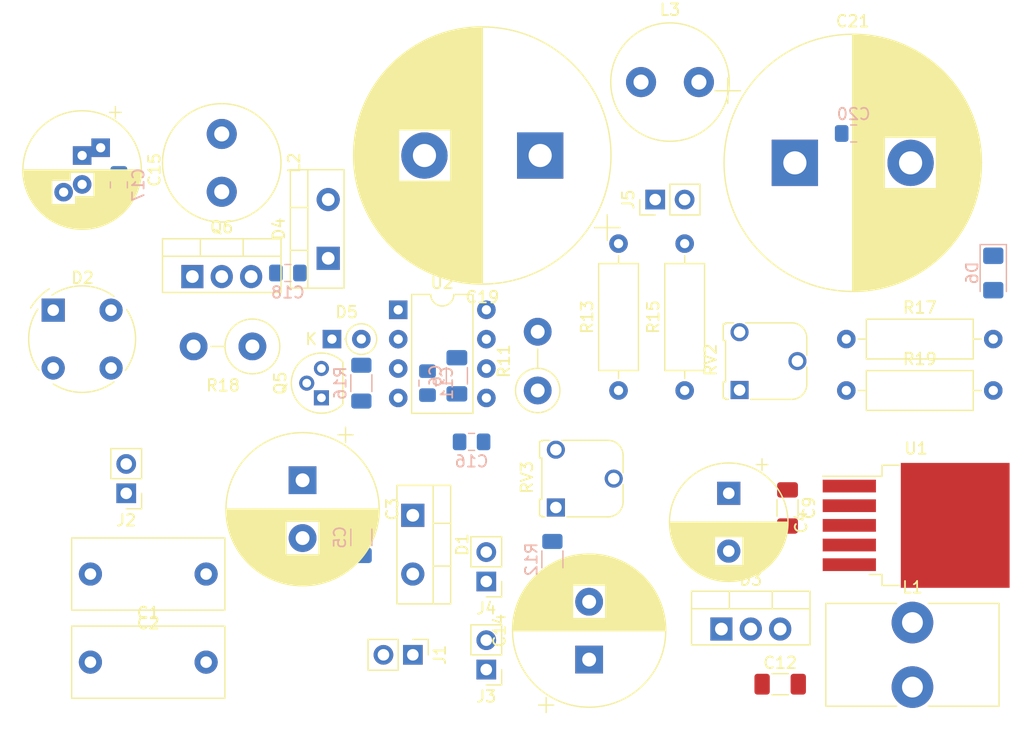
<source format=kicad_pcb>
(kicad_pcb (version 20211014) (generator pcbnew)
  (layers (0 "F.Cu" signal) (31 "B.Cu" signal) (34 "B.Paste" user) (35 "F.Paste" user) (36 "B.SilkS" user "B.Silkscreen") (37 "F.SilkS" user "F.Silkscreen") (38 "B.Mask" user) (39 "F.Mask" user) (44 "Edge.Cuts" user))
  (net 0 "")
  (net 1 "Net-(C1-Pad1)")
  (net 2 "GND")
  (net 3 "Net-(C2-Pad2)")
  (net 4 "+24V")
  (net 5 "Net-(C11-Pad2)")
  (net 6 "Net-(C12-Pad2)")
  (net 7 "Net-(C16-Pad2)")
  (net 8 "Net-(C18-Pad2)")
  (net 9 "Net-(C20-Pad2)")
  (net 10 "Net-(D1-Pad2)")
  (net 11 "Net-(D3-Pad2)")
  (net 12 "Net-(D4-Pad2)")
  (net 13 "Net-(D5-Pad1)")
  (net 14 "Net-(D5-Pad2)")
  (net 15 "Net-(D6-Pad2)")
  (net 16 "Net-(Q6-Pad1)")
  (net 17 "Net-(R11-Pad1)")
  (net 18 "Net-(R12-Pad1)")
  (net 19 "Net-(R13-Pad2)")
  (net 20 "Net-(R17-Pad2)")
  (net 21 "Net-(RV3-Pad2)")
  (footprint "Package_DIP:DIP-8_W7.62mm" (layer "F.Cu") (at 55.255 52.08)
    (fp_text reference "U2" (at 3.81 -2.33) (layer "F.SilkS"))
    (fp_text value "MC34063AP")
    (pad "1" thru_hole rect (at 0 0) (size 1.6 1.6) (drill 0.8) (layers *.Cu *.Mask) (net 4 "+24V"))
    (pad "2" thru_hole oval (at 0 2.54) (size 1.6 1.6) (drill 0.8) (layers *.Cu *.Mask) (net 14 "Net-(D5-Pad2)"))
    (pad "3" thru_hole oval (at 0 5.08) (size 1.6 1.6) (drill 0.8) (layers *.Cu *.Mask) (net 5 "Net-(C11-Pad2)"))
    (pad "4" thru_hole oval (at 0 7.62) (size 1.6 1.6) (drill 0.8) (layers *.Cu *.Mask) (net 2 "GND"))
    (pad "5" thru_hole oval (at 7.62 7.62) (size 1.6 1.6) (drill 0.8) (layers *.Cu *.Mask) (net 7 "Net-(C16-Pad2)"))
    (pad "6" thru_hole oval (at 7.62 5.08) (size 1.6 1.6) (drill 0.8) (layers *.Cu *.Mask) (net 4 "+24V"))
    (pad "7" thru_hole oval (at 7.62 2.54) (size 1.6 1.6) (drill 0.8) (layers *.Cu *.Mask) (net 17 "Net-(R11-Pad1)"))
    (pad "8" thru_hole oval (at 7.62 0) (size 1.6 1.6) (drill 0.8) (layers *.Cu *.Mask) (net 4 "+24V"))
  )
  (footprint "Package_TO_SOT_THT:TO-220-2_Vertical" (layer "F.Cu") (at 49.205 47.625 90)
    (fp_text reference "D4" (at 2.54 -4.27 90) (layer "F.SilkS"))
    (fp_text value "КД641Е")
    (pad "1" thru_hole rect (at 0 0 90) (size 2 2) (drill 1.1) (layers *.Cu *.Mask) (net 8 "Net-(C18-Pad2)"))
    (pad "2" thru_hole oval (at 5.08 0 90) (size 2 2) (drill 1.1) (layers *.Cu *.Mask) (net 12 "Net-(D4-Pad2)"))
  )
  (footprint "Capacitor_SMD:C_1206_3216Metric_Pad1.33x1.80mm_HandSolder" (layer "F.Cu") (at 88.9 69.215 -90)
    (fp_text reference "C9" (at 0 -1.85 90) (layer "F.SilkS"))
    (fp_text value "0,1")
    (pad "1" smd roundrect (at -1.5625 0 270) (size 1.325 1.8) (layers "F.Cu" "F.Paste" "F.Mask") (roundrect_rratio 0.188679) (net 4 "+24V"))
    (pad "2" smd roundrect (at 1.5625 0 270) (size 1.325 1.8) (layers "F.Cu" "F.Paste" "F.Mask") (roundrect_rratio 0.188679) (net 2 "GND"))
  )
  (footprint "Connector_PinHeader_2.54mm:PinHeader_1x02_P2.54mm_Vertical" (layer "F.Cu") (at 56.52 81.915 -90)
    (fp_text reference "J1" (at 0 -2.33 90) (layer "F.SilkS"))
    (fp_text value "Unreg +20..24v")
    (pad "1" thru_hole rect (at 0 0 270) (size 1.7 1.7) (drill 1) (layers *.Cu *.Mask) (net 10 "Net-(D1-Pad2)"))
    (pad "2" thru_hole oval (at 0 2.54 270) (size 1.7 1.7) (drill 1) (layers *.Cu *.Mask) (net 2 "GND"))
  )
  (footprint "Connector_PinHeader_2.54mm:PinHeader_1x02_P2.54mm_Vertical" (layer "F.Cu") (at 77.465 42.545 90)
    (fp_text reference "J5" (at 0 -2.33 90) (layer "F.SilkS"))
    (fp_text value "Anode +300v")
    (pad "1" thru_hole rect (at 0 0 90) (size 1.7 1.7) (drill 1) (layers *.Cu *.Mask) (net 9 "Net-(C20-Pad2)"))
    (pad "2" thru_hole oval (at 0 2.54 90) (size 1.7 1.7) (drill 1) (layers *.Cu *.Mask) (net 9 "Net-(C20-Pad2)"))
  )
  (footprint "Inductor_THT:L_Radial_D10.0mm_P5.00mm_Fastron_07M" (layer "F.Cu") (at 40.005 36.87 -90)
    (fp_text reference "L2" (at 2.5 -6.25 90) (layer "F.SilkS"))
    (fp_text value "680uH")
    (pad "1" thru_hole circle (at 0 0 270) (size 2.6 2.6) (drill 1.3) (layers *.Cu *.Mask) (net 4 "+24V"))
    (pad "2" thru_hole circle (at 5 0 270) (size 2.6 2.6) (drill 1.3) (layers *.Cu *.Mask) (net 12 "Net-(D4-Pad2)"))
  )
  (footprint "Package_TO_SOT_SMD:TO-263-5_TabPin3" (layer "F.Cu") (at 100.015 70.72)
    (fp_text reference "U1" (at 0 -6.65) (layer "F.SilkS"))
    (fp_text value "LM2576S-ADJ")
    (pad "1" smd rect (at -5.775 -3.4) (size 4.6 1.1) (layers "F.Cu" "F.Paste" "F.Mask") (net 4 "+24V"))
    (pad "2" smd rect (at -5.775 -1.7) (size 4.6 1.1) (layers "F.Cu" "F.Paste" "F.Mask") (net 11 "Net-(D3-Pad2)"))
    (pad "3" smd rect (at 3.375 0) (size 9.4 10.8) (layers "F.Cu" "F.Mask") (net 2 "GND"))
    (pad "3" smd rect (at -5.775 0) (size 4.6 1.1) (layers "F.Cu" "F.Paste" "F.Mask") (net 2 "GND"))
    (pad "4" smd rect (at -5.775 1.7) (size 4.6 1.1) (layers "F.Cu" "F.Paste" "F.Mask") (net 21 "Net-(RV3-Pad2)"))
    (pad "5" smd rect (at -5.775 3.4) (size 4.6 1.1) (layers "F.Cu" "F.Paste" "F.Mask") (net 2 "GND"))
  )
  (footprint "Capacitor_THT:CP_Radial_D10.0mm_P2.50mm_P5.00mm" (layer "F.Cu") (at 27.94 38.735 -90)
    (fp_text reference "C15" (at 1.25 -6.25 90) (layer "F.SilkS"))
    (fp_text value "100,0")
    (pad "1" thru_hole rect (at 0 0 270) (size 1.6 1.6) (drill 0.8) (layers *.Cu *.Mask) (net 4 "+24V"))
    (pad "1" thru_hole rect (at -0.670937 -1.6 270) (size 1.6 1.6) (drill 0.8) (layers *.Cu *.Mask) (net 4 "+24V"))
    (pad "2" thru_hole circle (at 3.170937 1.6 270) (size 1.6 1.6) (drill 0.8) (layers *.Cu *.Mask) (net 2 "GND"))
    (pad "2" thru_hole circle (at 2.5 0 270) (size 1.6 1.6) (drill 0.8) (layers *.Cu *.Mask) (net 2 "GND"))
  )
  (footprint "Capacitor_THT:C_Rect_L13.0mm_W6.0mm_P10.00mm_FKS3_FKP3_MKS4" (layer "F.Cu") (at 38.655 74.93 180)
    (fp_text reference "C2" (at 5 -4.25) (layer "F.SilkS"))
    (fp_text value "0,1")
    (pad "1" thru_hole circle (at 0 0 180) (size 2 2) (drill 1) (layers *.Cu *.Mask) (net 2 "GND"))
    (pad "2" thru_hole circle (at 10 0 180) (size 2 2) (drill 1) (layers *.Cu *.Mask) (net 3 "Net-(C2-Pad2)"))
  )
  (footprint "Package_TO_SOT_THT:TO-220-3_Vertical" (layer "F.Cu") (at 37.465 49.205)
    (fp_text reference "Q6" (at 2.54 -4.27) (layer "F.SilkS"))
    (fp_text value "IRF830")
    (pad "1" thru_hole rect (at 0 0) (size 1.905 2) (drill 1.1) (layers *.Cu *.Mask) (net 16 "Net-(Q6-Pad1)"))
    (pad "2" thru_hole oval (at 2.54 0) (size 1.905 2) (drill 1.1) (layers *.Cu *.Mask) (net 12 "Net-(D4-Pad2)"))
    (pad "3" thru_hole oval (at 5.08 0) (size 1.905 2) (drill 1.1) (layers *.Cu *.Mask) (net 2 "GND"))
  )
  (footprint "Capacitor_THT:CP_Radial_D13.0mm_P5.00mm" (layer "F.Cu") (at 71.755 82.325215 90)
    (fp_text reference "C14" (at 2.5 -7.75 90) (layer "F.SilkS"))
    (fp_text value "1000x10v")
    (pad "1" thru_hole rect (at 0 0 90) (size 2.4 2.4) (drill 1.2) (layers *.Cu *.Mask) (net 6 "Net-(C12-Pad2)"))
    (pad "2" thru_hole circle (at 5 0 90) (size 2.4 2.4) (drill 1.2) (layers *.Cu *.Mask) (net 2 "GND"))
  )
  (footprint "Potentiometer_THT:Potentiometer_Runtron_RM-065_Vertical" (layer "F.Cu") (at 84.755 59.015 90)
    (fp_text reference "RV2" (at 2.6 -2.5 90) (layer "F.SilkS"))
    (fp_text value "10k")
    (pad "1" thru_hole rect (at 0 0 90) (size 1.56 1.56) (drill 1) (layers *.Cu *.Mask) (net 7 "Net-(C16-Pad2)"))
    (pad "2" thru_hole circle (at 2.5 5 90) (size 1.56 1.56) (drill 1) (layers *.Cu *.Mask) (net 7 "Net-(C16-Pad2)"))
    (pad "3" thru_hole circle (at 5 0 90) (size 1.56 1.56) (drill 1) (layers *.Cu *.Mask) (net 2 "GND"))
  )
  (footprint "Resistor_THT:R_Axial_DIN0414_L11.9mm_D4.5mm_P5.08mm_Vertical" (layer "F.Cu") (at 42.655 55.245 180)
    (fp_text reference "R18" (at 2.54 -3.37) (layer "F.SilkS"))
    (fp_text value "47")
    (pad "1" thru_hole circle (at 0 0 180) (size 2.4 2.4) (drill 1.2) (layers *.Cu *.Mask) (net 13 "Net-(D5-Pad1)"))
    (pad "2" thru_hole oval (at 5.08 0 180) (size 2.4 2.4) (drill 1.2) (layers *.Cu *.Mask) (net 16 "Net-(Q6-Pad1)"))
  )
  (footprint "Diode_THT:Diode_Bridge_Round_D9.0mm" (layer "F.Cu") (at 25.44 52.11)
    (fp_text reference "D2" (at 2.54 -2.794) (layer "F.SilkS"))
    (fp_text value "D_Bridge_+A-A")
    (pad "1" thru_hole rect (at 0 0) (size 2 2) (drill 1) (layers *.Cu *.Mask) (net 4 "+24V"))
    (pad "2" thru_hole oval (at 0 5) (size 2 2) (drill 1) (layers *.Cu *.Mask) (net 3 "Net-(C2-Pad2)"))
    (pad "3" thru_hole oval (at 5 5) (size 2 2) (drill 1) (layers *.Cu *.Mask) (net 2 "GND"))
    (pad "4" thru_hole oval (at 5 0) (size 2 2) (drill 1) (layers *.Cu *.Mask) (net 1 "Net-(C1-Pad1)"))
  )
  (footprint "Package_TO_SOT_THT:TO-220-3_Vertical" (layer "F.Cu") (at 83.185 79.685)
    (fp_text reference "D3" (at 2.54 -4.27) (layer "F.SilkS"))
    (fp_text value "MBR30100")
    (pad "1" thru_hole rect (at 0 0) (size 1.905 2) (drill 1.1) (layers *.Cu *.Mask) (net 2 "GND"))
    (pad "2" thru_hole oval (at 2.54 0) (size 1.905 2) (drill 1.1) (layers *.Cu *.Mask) (net 11 "Net-(D3-Pad2)"))
    (pad "3" thru_hole oval (at 5.08 0) (size 1.905 2) (drill 1.1) (layers *.Cu *.Mask) (net 2 "GND"))
  )
  (footprint "Resistor_THT:R_Axial_DIN0309_L9.0mm_D3.2mm_P12.70mm_Horizontal" (layer "F.Cu") (at 74.295 59.055 90)
    (fp_text reference "R13" (at 6.35 -2.72 90) (layer "F.SilkS"))
    (fp_text value "510k")
    (pad "1" thru_hole circle (at 0 0 90) (size 1.6 1.6) (drill 0.8) (layers *.Cu *.Mask) (net 7 "Net-(C16-Pad2)"))
    (pad "2" thru_hole oval (at 12.7 0 90) (size 1.6 1.6) (drill 0.8) (layers *.Cu *.Mask) (net 19 "Net-(R13-Pad2)"))
  )
  (footprint "Capacitor_THT:CP_Radial_D22.0mm_P10.00mm_SnapIn" (layer "F.Cu") (at 89.535 39.37)
    (fp_text reference "C21" (at 5 -12.25) (layer "F.SilkS"))
    (fp_text value "100,0 x 450v")
    (pad "1" thru_hole rect (at 0 0) (size 4 4) (drill 2) (layers *.Cu *.Mask) (net 9 "Net-(C20-Pad2)"))
    (pad "2" thru_hole circle (at 10 0) (size 4 4) (drill 2) (layers *.Cu *.Mask) (net 2 "GND"))
  )
  (footprint "Diode_THT:D_DO-35_SOD27_P2.54mm_Vertical_KathodeUp" (layer "F.Cu") (at 49.53 54.61)
    (fp_text reference "D5" (at 1.27 -2.326371) (layer "F.SilkS"))
    (fp_text value "1N4148")
    (fp_text user "K" (at -1.8 0) (layer "F.SilkS"))
    (pad "1" thru_hole rect (at 0 0) (size 1.6 1.6) (drill 0.8) (layers *.Cu *.Mask) (net 13 "Net-(D5-Pad1)"))
    (pad "2" thru_hole oval (at 2.54 0) (size 1.6 1.6) (drill 0.8) (layers *.Cu *.Mask) (net 14 "Net-(D5-Pad2)"))
  )
  (footprint "Connector_PinHeader_2.54mm:PinHeader_1x02_P2.54mm_Vertical" (layer "F.Cu") (at 62.865 83.19 180)
    (fp_text reference "J3" (at 0 -2.33) (layer "F.SilkS"))
    (fp_text value "Heater 6,3v")
    (pad "1" thru_hole rect (at 0 0 180) (size 1.7 1.7) (drill 1) (layers *.Cu *.Mask) (net 6 "Net-(C12-Pad2)"))
    (pad "2" thru_hole oval (at 0 2.54 180) (size 1.7 1.7) (drill 1) (layers *.Cu *.Mask) (net 2 "GND"))
  )
  (footprint "Inductor_THT:L_Radial_D10.0mm_P5.00mm_Fastron_07M" (layer "F.Cu") (at 76.24 32.385)
    (fp_text reference "L3" (at 2.5 -6.25) (layer "F.SilkS"))
    (fp_text value "50uH")
    (pad "1" thru_hole circle (at 0 0) (size 2.6 2.6) (drill 1.3) (layers *.Cu *.Mask) (net 8 "Net-(C18-Pad2)"))
    (pad "2" thru_hole circle (at 5 0) (size 2.6 2.6) (drill 1.3) (layers *.Cu *.Mask) (net 9 "Net-(C20-Pad2)"))
  )
  (footprint "Package_TO_SOT_THT:TO-220-2_Vertical" (layer "F.Cu") (at 56.515 69.85 -90)
    (fp_text reference "D1" (at 2.54 -4.27 90) (layer "F.SilkS"))
    (fp_text value "КД641Е")
    (pad "1" thru_hole rect (at 0 0 270) (size 2 2) (drill 1.1) (layers *.Cu *.Mask) (net 4 "+24V"))
    (pad "2" thru_hole oval (at 5.08 0 270) (size 2 2) (drill 1.1) (layers *.Cu *.Mask) (net 10 "Net-(D1-Pad2)"))
  )
  (footprint "Inductor_THT:L_Toroid_Vertical_L14.7mm_W8.6mm_P5.58mm_Pulse_KM-1" (layer "F.Cu") (at 99.695 79.125)
    (fp_text reference "L1" (at 0 -3.05) (layer "F.SilkS"))
    (fp_text value "100uH 2A")
    (pad "1" thru_hole circle (at 0 0) (size 3.6 3.6) (drill 1.8) (layers *.Cu *.Mask) (net 11 "Net-(D3-Pad2)"))
    (pad "2" thru_hole circle (at 0 5.58) (size 3.6 3.6) (drill 1.8) (layers *.Cu *.Mask) (net 6 "Net-(C12-Pad2)"))
  )
  (footprint "Resistor_THT:R_Axial_DIN0411_L9.9mm_D3.6mm_P5.08mm_Vertical" (layer "F.Cu") (at 67.31 59.055 90)
    (fp_text reference "R11" (at 2.54 -2.92 90) (layer "F.SilkS"))
    (fp_text value "0,47 2w")
    (pad "1" thru_hole circle (at 0 0 90) (size 2.4 2.4) (drill 1.2) (layers *.Cu *.Mask) (net 17 "Net-(R11-Pad1)"))
    (pad "2" thru_hole oval (at 5.08 0 90) (size 2.4 2.4) (drill 1.2) (layers *.Cu *.Mask) (net 4 "+24V"))
  )
  (footprint "Connector_PinHeader_2.54mm:PinHeader_1x02_P2.54mm_Vertical" (layer "F.Cu") (at 31.75 67.95 180)
    (fp_text reference "J2" (at 0 -2.33) (layer "F.SilkS"))
    (fp_text value "AC +20..24v")
    (pad "1" thru_hole rect (at 0 0 180) (size 1.7 1.7) (drill 1) (layers *.Cu *.Mask) (net 1 "Net-(C1-Pad1)"))
    (pad "2" thru_hole oval (at 0 2.54 180) (size 1.7 1.7) (drill 1) (layers *.Cu *.Mask) (net 3 "Net-(C2-Pad2)"))
  )
  (footprint "Resistor_THT:R_Axial_DIN0309_L9.0mm_D3.2mm_P12.70mm_Horizontal" (layer "F.Cu") (at 93.98 59.055)
    (fp_text reference "R19" (at 6.35 -2.72) (layer "F.SilkS"))
    (fp_text value "100k 1w")
    (pad "1" thru_hole circle (at 0 0) (size 1.6 1.6) (drill 0.8) (layers *.Cu *.Mask) (net 20 "Net-(R17-Pad2)"))
    (pad "2" thru_hole oval (at 12.7 0) (size 1.6 1.6) (drill 0.8) (layers *.Cu *.Mask) (net 15 "Net-(D6-Pad2)"))
  )
  (footprint "Connector_PinHeader_2.54mm:PinHeader_1x02_P2.54mm_Vertical" (layer "F.Cu") (at 62.865 75.57 180)
    (fp_text reference "J4" (at 0 -2.33) (layer "F.SilkS"))
    (fp_text value "Heater 6,3v")
    (pad "1" thru_hole rect (at 0 0 180) (size 1.7 1.7) (drill 1) (layers *.Cu *.Mask) (net 6 "Net-(C12-Pad2)"))
    (pad "2" thru_hole oval (at 0 2.54 180) (size 1.7 1.7) (drill 1) (layers *.Cu *.Mask) (net 2 "GND"))
  )
  (footprint "Potentiometer_THT:Potentiometer_Runtron_RM-065_Vertical" (layer "F.Cu") (at 68.88 69.175 90)
    (fp_text reference "RV3" (at 2.6 -2.5 90) (layer "F.SilkS"))
    (fp_text value "1k")
    (pad "1" thru_hole rect (at 0 0 90) (size 1.56 1.56) (drill 1) (layers *.Cu *.Mask) (net 18 "Net-(R12-Pad1)"))
    (pad "2" thru_hole circle (at 2.5 5 90) (size 1.56 1.56) (drill 1) (layers *.Cu *.Mask) (net 21 "Net-(RV3-Pad2)"))
    (pad "3" thru_hole circle (at 5 0 90) (size 1.56 1.56) (drill 1) (layers *.Cu *.Mask) (net 2 "GND"))
  )
  (footprint "Capacitor_THT:CP_Radial_D10.0mm_P5.00mm" (layer "F.Cu") (at 83.82 67.945 -90)
    (fp_text reference "C4" (at 2.5 -6.25 90) (layer "F.SilkS"))
    (fp_text value "100x35v")
    (pad "1" thru_hole rect (at 0 0 270) (size 2 2) (drill 1) (layers *.Cu *.Mask) (net 4 "+24V"))
    (pad "2" thru_hole circle (at 5 0 270) (size 2 2) (drill 1) (layers *.Cu *.Mask) (net 2 "GND"))
  )
  (footprint "Resistor_THT:R_Axial_DIN0309_L9.0mm_D3.2mm_P12.70mm_Horizontal" (layer "F.Cu") (at 93.98 54.61)
    (fp_text reference "R17" (at 6.35 -2.72) (layer "F.SilkS"))
    (fp_text value "100k 1w")
    (pad "1" thru_hole circle (at 0 0) (size 1.6 1.6) (drill 0.8) (layers *.Cu *.Mask) (net 9 "Net-(C20-Pad2)"))
    (pad "2" thru_hole oval (at 12.7 0) (size 1.6 1.6) (drill 0.8) (layers *.Cu *.Mask) (net 20 "Net-(R17-Pad2)"))
  )
  (footprint "Capacitor_THT:CP_Radial_D13.0mm_P5.00mm" (layer "F.Cu") (at 46.99 66.81914 -90)
    (fp_text reference "C3" (at 2.5 -7.75 90) (layer "F.SilkS"))
    (fp_text value "2200x25v")
    (pad "1" thru_hole rect (at 0 0 270) (size 2.4 2.4) (drill 1.2) (layers *.Cu *.Mask) (net 4 "+24V"))
    (pad "2" thru_hole circle (at 5 0 270) (size 2.4 2.4) (drill 1.2) (layers *.Cu *.Mask) (net 2 "GND"))
  )
  (footprint "Package_TO_SOT_THT:TO-92" (layer "F.Cu") (at 48.62 59.69 90)
    (fp_text reference "Q5" (at 1.27 -3.56 90) (layer "F.SilkS"))
    (fp_text value "KT3107")
    (pad "1" thru_hole rect (at 0 0 90) (size 1.3 1.3) (drill 0.75) (layers *.Cu *.Mask) (net 2 "GND"))
    (pad "2" thru_hole circle (at 1.27 -1.27 90) (size 1.3 1.3) (drill 0.75) (layers *.Cu *.Mask) (net 14 "Net-(D5-Pad2)"))
    (pad "3" thru_hole circle (at 2.54 0 90) (size 1.3 1.3) (drill 0.75) (layers *.Cu *.Mask) (net 13 "Net-(D5-Pad1)"))
  )
  (footprint "Capacitor_SMD:C_1206_3216Metric_Pad1.33x1.80mm_HandSolder" (layer "F.Cu") (at 88.265 84.455)
    (fp_text reference "C12" (at 0 -1.85) (layer "F.SilkS"))
    (fp_text value "0,1")
    (pad "1" smd roundrect (at -1.5625 0) (size 1.325 1.8) (layers "F.Cu" "F.Paste" "F.Mask") (roundrect_rratio 0.188679) (net 2 "GND"))
    (pad "2" smd roundrect (at 1.5625 0) (size 1.325 1.8) (layers "F.Cu" "F.Paste" "F.Mask") (roundrect_rratio 0.188679) (net 6 "Net-(C12-Pad2)"))
  )
  (footprint "Resistor_THT:R_Axial_DIN0309_L9.0mm_D3.2mm_P12.70mm_Horizontal" (layer "F.Cu") (at 80.01 59.055 90)
    (fp_text reference "R15" (at 6.35 -2.72 90) (layer "F.SilkS"))
    (fp_text value "510k")
    (pad "1" thru_hole circle (at 0 0 90) (size 1.6 1.6) (drill 0.8) (layers *.Cu *.Mask) (net 19 "Net-(R13-Pad2)"))
    (pad "2" thru_hole oval (at 12.7 0 90) (size 1.6 1.6) (drill 0.8) (layers *.Cu *.Mask) (net 8 "Net-(C18-Pad2)"))
  )
  (footprint "Capacitor_THT:CP_Radial_D22.0mm_P10.00mm_SnapIn" (layer "F.Cu") (at 67.522831 38.735 180)
    (fp_text reference "C19" (at 5 -12.25) (layer "F.SilkS"))
    (fp_text value "100,0 x 450v")
    (pad "1" thru_hole rect (at 0 0 180) (size 4 4) (drill 2) (layers *.Cu *.Mask) (net 8 "Net-(C18-Pad2)"))
    (pad "2" thru_hole circle (at 10 0 180) (size 4 4) (drill 2) (layers *.Cu *.Mask) (net 2 "GND"))
  )
  (footprint "Capacitor_THT:C_Rect_L13.0mm_W6.0mm_P10.00mm_FKS3_FKP3_MKS4" (layer "F.Cu") (at 28.655 82.55)
    (fp_text reference "C1" (at 5 -4.25) (layer "F.SilkS"))
    (fp_text value "0,1")
    (pad "1" thru_hole circle (at 0 0) (size 2 2) (drill 1) (layers *.Cu *.Mask) (net 1 "Net-(C1-Pad1)"))
    (pad "2" thru_hole circle (at 10 0) (size 2 2) (drill 1) (layers *.Cu *.Mask) (net 2 "GND"))
  )
  (footprint "Capacitor_SMD:C_0805_2012Metric_Pad1.18x1.45mm_HandSolder" (layer "B.Cu") (at 94.615 36.83 180)
    (fp_text reference "C20" (at 0 1.68) (layer "B.SilkS") (effects (justify mirror)))
    (fp_text value "4,7")
    (pad "1" smd roundrect (at -1.0375 0 180) (size 1.175 1.45) (layers "B.Cu" "B.Paste" "B.Mask") (roundrect_rratio 0.212766) (net 2 "GND"))
    (pad "2" smd roundrect (at 1.0375 0 180) (size 1.175 1.45) (layers "B.Cu" "B.Paste" "B.Mask") (roundrect_rratio 0.212766) (net 9 "Net-(C20-Pad2)"))
  )
  (footprint "Capacitor_SMD:C_0805_2012Metric_Pad1.18x1.45mm_HandSolder" (layer "B.Cu") (at 61.595 63.5)
    (fp_text reference "C16" (at 0 1.68) (layer "B.SilkS") (effects (justify mirror)))
    (fp_text value "22n")
    (pad "1" smd roundrect (at -1.0375 0) (size 1.175 1.45) (layers "B.Cu" "B.Paste" "B.Mask") (roundrect_rratio 0.212766) (net 2 "GND"))
    (pad "2" smd roundrect (at 1.0375 0) (size 1.175 1.45) (layers "B.Cu" "B.Paste" "B.Mask") (roundrect_rratio 0.212766) (net 7 "Net-(C16-Pad2)"))
  )
  (footprint "Resistor_SMD:R_1206_3216Metric_Pad1.30x1.75mm_HandSolder" (layer "B.Cu") (at 68.58 73.66 -90)
    (fp_text reference "R12" (at 0 1.82 90) (layer "B.SilkS") (effects (justify mirror)))
    (fp_text value "3k")
    (pad "1" smd roundrect (at -1.55 0 270) (size 1.3 1.75) (layers "B.Cu" "B.Paste" "B.Mask") (roundrect_rratio 0.192308) (net 18 "Net-(R12-Pad1)"))
    (pad "2" smd roundrect (at 1.55 0 270) (size 1.3 1.75) (layers "B.Cu" "B.Paste" "B.Mask") (roundrect_rratio 0.192308) (net 6 "Net-(C12-Pad2)"))
  )
  (footprint "Capacitor_SMD:C_0805_2012Metric_Pad1.18x1.45mm_HandSolder" (layer "B.Cu") (at 57.785 58.42 90)
    (fp_text reference "C11" (at 0 1.68 90) (layer "B.SilkS") (effects (justify mirror)))
    (fp_text value "1000")
    (pad "1" smd roundrect (at -1.0375 0 90) (size 1.175 1.45) (layers "B.Cu" "B.Paste" "B.Mask") (roundrect_rratio 0.212766) (net 2 "GND"))
    (pad "2" smd roundrect (at 1.0375 0 90) (size 1.175 1.45) (layers "B.Cu" "B.Paste" "B.Mask") (roundrect_rratio 0.212766) (net 5 "Net-(C11-Pad2)"))
  )
  (footprint "Capacitor_SMD:C_1206_3216Metric_Pad1.33x1.80mm_HandSolder" (layer "B.Cu") (at 60.325 57.785 -90)
    (fp_text reference "C6" (at 0 1.85 90) (layer "B.SilkS") (effects (justify mirror)))
    (fp_text value "0,1")
    (pad "1" smd roundrect (at -1.5625 0 270) (size 1.325 1.8) (layers "B.Cu" "B.Paste" "B.Mask") (roundrect_rratio 0.188679) (net 4 "+24V"))
    (pad "2" smd roundrect (at 1.5625 0 270) (size 1.325 1.8) (layers "B.Cu" "B.Paste" "B.Mask") (roundrect_rratio 0.188679) (net 2 "GND"))
  )
  (footprint "Capacitor_SMD:C_1206_3216Metric_Pad1.33x1.80mm_HandSolder" (layer "B.Cu") (at 52.07 71.755 -90)
    (fp_text reference "C5" (at 0 1.85 90) (layer "B.SilkS") (effects (justify mirror)))
    (fp_text value "0,1")
    (pad "1" smd roundrect (at -1.5625 0 270) (size 1.325 1.8) (layers "B.Cu" "B.Paste" "B.Mask") (roundrect_rratio 0.188679) (net 4 "+24V"))
    (pad "2" smd roundrect (at 1.5625 0 270) (size 1.325 1.8) (layers "B.Cu" "B.Paste" "B.Mask") (roundrect_rratio 0.188679) (net 2 "GND"))
  )
  (footprint "Capacitor_SMD:C_0805_2012Metric_Pad1.18x1.45mm_HandSolder" (layer "B.Cu") (at 31.115 41.275 90)
    (fp_text reference "C17" (at 0 1.68 90) (layer "B.SilkS") (effects (justify mirror)))
    (fp_text value "4,7")
    (pad "1" smd roundrect (at -1.0375 0 90) (size 1.175 1.45) (layers "B.Cu" "B.Paste" "B.Mask") (roundrect_rratio 0.212766) (net 2 "GND"))
    (pad "2" smd roundrect (at 1.0375 0 90) (size 1.175 1.45) (layers "B.Cu" "B.Paste" "B.Mask") (roundrect_rratio 0.212766) (net 4 "+24V"))
  )
  (footprint "LED_SMD:LED_1206_3216Metric_Pad1.42x1.75mm_HandSolder" (layer "B.Cu") (at 106.68 48.895 -90)
    (fp_text reference "D6" (at 0 1.82 90) (layer "B.SilkS") (effects (justify mirror)))
    (fp_text value "LED")
    (pad "1" smd roundrect (at -1.4875 0 270) (size 1.425 1.75) (layers "B.Cu" "B.Paste" "B.Mask") (roundrect_rratio 0.175439) (net 2 "GND"))
    (pad "2" smd roundrect (at 1.4875 0 270) (size 1.425 1.75) (layers "B.Cu" "B.Paste" "B.Mask") (roundrect_rratio 0.175439) (net 15 "Net-(D6-Pad2)"))
  )
  (footprint "Capacitor_SMD:C_0805_2012Metric_Pad1.18x1.45mm_HandSolder" (layer "B.Cu") (at 45.72 48.895)
    (fp_text reference "C18" (at 0 1.68) (layer "B.SilkS") (effects (justify mirror)))
    (fp_text value "4,7")
    (pad "1" smd roundrect (at -1.0375 0) (size 1.175 1.45) (layers "B.Cu" "B.Paste" "B.Mask") (roundrect_rratio 0.212766) (net 2 "GND"))
    (pad "2" smd roundrect (at 1.0375 0) (size 1.175 1.45) (layers "B.Cu" "B.Paste" "B.Mask") (roundrect_rratio 0.212766) (net 8 "Net-(C18-Pad2)"))
  )
  (footprint "Resistor_SMD:R_1206_3216Metric_Pad1.30x1.75mm_HandSolder" (layer "B.Cu") (at 52.07 58.42 -90)
    (fp_text reference "R16" (at 0 1.82 90) (layer "B.SilkS") (effects (justify mirror)))
    (fp_text value "1k")
    (pad "1" smd roundrect (at -1.55 0 270) (size 1.3 1.75) (layers "B.Cu" "B.Paste" "B.Mask") (roundrect_rratio 0.192308) (net 14 "Net-(D5-Pad2)"))
    (pad "2" smd roundrect (at 1.55 0 270) (size 1.3 1.75) (layers "B.Cu" "B.Paste" "B.Mask") (roundrect_rratio 0.192308) (net 2 "GND"))
  )
)
</source>
